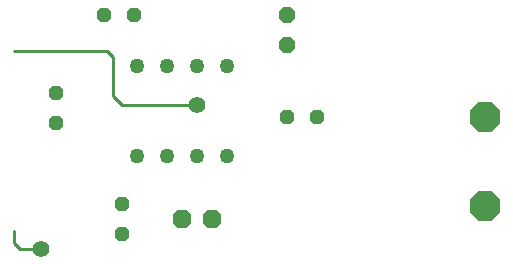
<source format=gbl>
G04 EAGLE Gerber RS-274X export*
G75*
%MOMM*%
%FSLAX34Y34*%
%LPD*%
%INBottom Copper*%
%IPPOS*%
%AMOC8*
5,1,8,0,0,1.08239X$1,22.5*%
G01*
%ADD10P,1.539592X8X112.500000*%
%ADD11P,1.732040X8X22.500000*%
%ADD12C,1.270000*%
%ADD13P,1.312723X8X292.500000*%
%ADD14P,1.312723X8X112.500000*%
%ADD15P,1.312723X8X22.500000*%
%ADD16P,2.749271X8X292.500000*%
%ADD17C,1.400000*%
%ADD18C,0.254000*%


D10*
X251460Y210820D03*
X251460Y236220D03*
D11*
X162560Y63500D03*
X187960Y63500D03*
D12*
X124460Y116840D03*
X149860Y116840D03*
X149860Y193040D03*
X124460Y193040D03*
X175260Y116840D03*
X200660Y116840D03*
X175260Y193040D03*
X200660Y193040D03*
D13*
X55880Y170180D03*
X55880Y144780D03*
D14*
X111760Y50800D03*
X111760Y76200D03*
D15*
X251460Y149860D03*
X276860Y149860D03*
X96520Y236220D03*
X121920Y236220D03*
D16*
X419286Y149930D03*
X419286Y74746D03*
D17*
X43180Y38100D03*
D18*
X25400Y38100D01*
X20320Y43180D01*
X20320Y53340D01*
D17*
X175260Y160020D03*
D18*
X111760Y160020D01*
X104140Y167640D01*
X99060Y205740D02*
X20320Y205740D01*
X99060Y205740D02*
X104140Y200660D01*
X104140Y167640D01*
M02*

</source>
